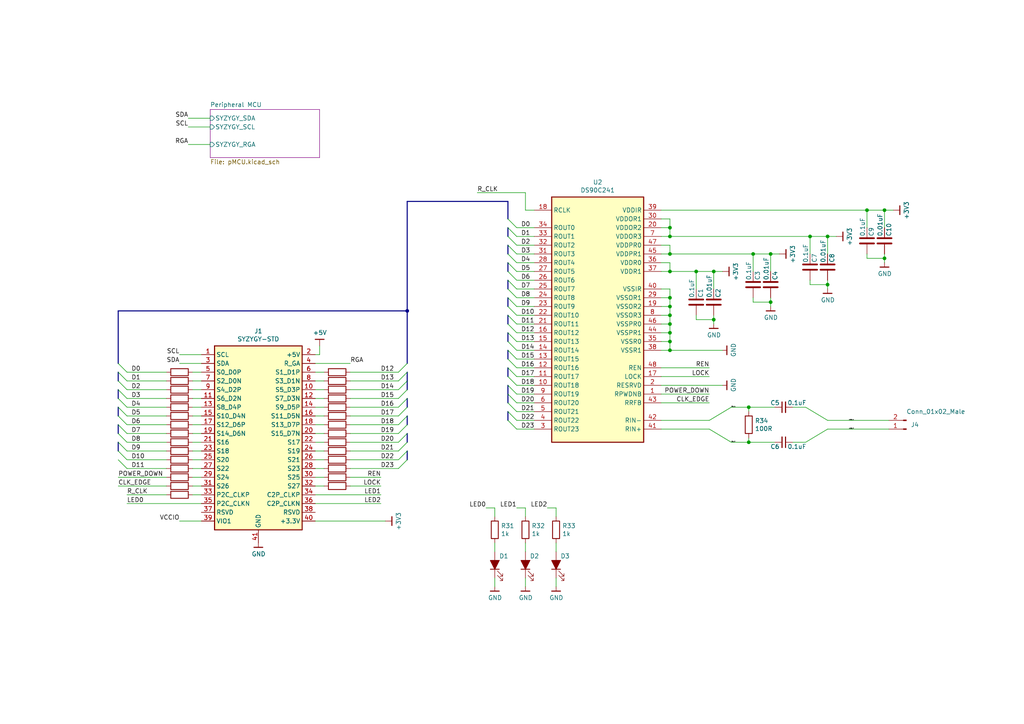
<source format=kicad_sch>
(kicad_sch (version 20200512) (host eeschema "5.99.0-unknown-4cfff6b~101~ubuntu18.04.1")
  (page 1 2)
  (paper "A4")
  (title_block (title "ds90c124-deserializer") (date "2020-05-23") (rev "r1.0") (comment 1 "SYZYGY Pod"))
  (lib_symbols
    (symbol "Connector:Conn_01x02_Male" (pin_names hide)
      (property "Reference" "J" (at 0 2.54 0))
      (property "Value" "Conn_01x02_Male" (at 0 -5.08 0))
      (symbol "Conn_01x02_Male_1_1"
        (rectangle (start 0.8636 -2.413) (end 0 -2.667) (fill (type outline)))
        (rectangle (start 0.8636 0.127) (end 0 -0.127) (fill (type outline)))
        (polyline (pts (xy 1.27 -2.54) (xy 0.8636 -2.54)))
        (polyline (pts (xy 1.27 0) (xy 0.8636 0)))
        (pin passive line (at 5.08 0 180) (length 3.81) (name "Pin_1") (number "1"))
        (pin passive line (at 5.08 -2.54 180) (length 3.81) (name "Pin_2") (number "2"))
      )
    )
    (symbol "Device:C" (pin_numbers hide) (pin_names (offset 0.254))
      (property "Reference" "C" (at 0.635 2.54 0))
      (property "Value" "C" (at 0.635 -2.54 0))
      (symbol "C_0_1"
        (polyline (pts (xy -2.032 -0.762) (xy 2.032 -0.762)) (stroke (width 0.508)))
        (polyline (pts (xy -2.032 0.762) (xy 2.032 0.762)) (stroke (width 0.508)))
      )
      (symbol "C_1_1"
        (pin passive line (at 0 3.81 270) (length 2.794) (name "~") (number "1"))
        (pin passive line (at 0 -3.81 90) (length 2.794) (name "~") (number "2"))
      )
    )
    (symbol "Device:C_Small" (pin_numbers hide) (pin_names (offset 0.254) hide)
      (property "Reference" "C" (at 0.254 1.778 0))
      (property "Value" "C_Small" (at 0.254 -2.032 0))
      (symbol "C_Small_0_1"
        (polyline (pts (xy -1.524 -0.508) (xy 1.524 -0.508)) (stroke (width 0.3302)))
        (polyline (pts (xy -1.524 0.508) (xy 1.524 0.508)) (stroke (width 0.3048)))
      )
      (symbol "C_Small_1_1"
        (pin passive line (at 0 2.54 270) (length 2.032) (name "~") (number "1"))
        (pin passive line (at 0 -2.54 90) (length 2.032) (name "~") (number "2"))
      )
    )
    (symbol "Device:LED_ALT" (pin_numbers hide) (pin_names hide)
      (property "Reference" "D" (at 0 2.54 0))
      (property "Value" "LED_ALT" (at 0 -2.54 0))
      (symbol "LED_ALT_0_1"
        (polyline (pts (xy -1.27 -1.27) (xy -1.27 1.27)) (stroke (width 0.254)))
        (polyline (pts (xy -1.27 0) (xy 1.27 0)))
        (polyline (pts (xy 1.27 -1.27) (xy 1.27 1.27) (xy -1.27 0) (xy 1.27 -1.27)) (stroke (width 0.254)) (fill (type outline)))
        (polyline (pts (xy -3.048 -0.762) (xy -4.572 -2.286) (xy -3.81 -2.286) (xy -4.572 -2.286) (xy -4.572 -1.524)))
        (polyline (pts (xy -1.778 -0.762) (xy -3.302 -2.286) (xy -2.54 -2.286) (xy -3.302 -2.286) (xy -3.302 -1.524)))
      )
      (symbol "LED_ALT_1_1"
        (pin passive line (at -3.81 0 0) (length 2.54) (name "K") (number "1"))
        (pin passive line (at 3.81 0 180) (length 2.54) (name "A") (number "2"))
      )
    )
    (symbol "Device:R" (pin_numbers hide) (pin_names (offset 0))
      (property "Reference" "R" (at 2.032 0 90))
      (property "Value" "R" (at 0 0 90))
      (symbol "R_0_1"
        (rectangle (start -1.016 -2.54) (end 1.016 2.54) (stroke (width 0.254)))
      )
      (symbol "R_1_1"
        (pin passive line (at 0 3.81 270) (length 1.27) (name "~") (number "1"))
        (pin passive line (at 0 -3.81 90) (length 1.27) (name "~") (number "2"))
      )
    )
    (symbol "gkl_image:DS90C241"
      (property "Reference" "U" (at -5.08 33.02 0))
      (property "Value" "DS90C241" (at -5.08 30.48 0))
      (symbol "DS90C241_0_1"
        (rectangle (start -16.51 29.21) (end 10.16 -41.91) (stroke (width 0.3302)) (fill (type background)))
      )
      (symbol "DS90C241_1_1"
        (pin input line (at 15.24 -27.94 180) (length 5.08) (name "RPWDNB") (number "1"))
        (pin input line (at -21.59 -25.4 0) (length 5.08) (name "ROUT18") (number "10"))
        (pin input line (at -21.59 -22.86 0) (length 5.08) (name "ROUT17") (number "11"))
        (pin input line (at -21.59 -20.32 0) (length 5.08) (name "ROUT16") (number "12"))
        (pin input line (at -21.59 -17.78 0) (length 5.08) (name "ROUT15") (number "13"))
        (pin input line (at -21.59 -15.24 0) (length 5.08) (name "ROUT14") (number "14"))
        (pin input line (at -21.59 -12.7 0) (length 5.08) (name "ROUT13") (number "15"))
        (pin input line (at -21.59 -10.16 0) (length 5.08) (name "ROUT12") (number "16"))
        (pin input line (at 15.24 -22.86 180) (length 5.08) (name "LOCK") (number "17"))
        (pin input line (at -21.59 25.4 0) (length 5.08) (name "RCLK") (number "18"))
        (pin input line (at 15.24 -2.54 180) (length 5.08) (name "VSSOR2") (number "19"))
        (pin input line (at 15.24 -25.4 180) (length 5.08) (name "RESRVD") (number "2"))
        (pin input line (at 15.24 20.32 180) (length 5.08) (name "VDDOR2") (number "20"))
        (pin input line (at -21.59 -7.62 0) (length 5.08) (name "ROUT11") (number "21"))
        (pin input line (at -21.59 -5.08 0) (length 5.08) (name "ROUT10") (number "22"))
        (pin input line (at -21.59 -2.54 0) (length 5.08) (name "ROUT9") (number "23"))
        (pin input line (at -21.59 0 0) (length 5.08) (name "ROUT8") (number "24"))
        (pin input line (at -21.59 2.54 0) (length 5.08) (name "ROUT7") (number "25"))
        (pin input line (at -21.59 5.08 0) (length 5.08) (name "ROUT6") (number "26"))
        (pin input line (at -21.59 7.62 0) (length 5.08) (name "ROUT5") (number "27"))
        (pin input line (at -21.59 10.16 0) (length 5.08) (name "ROUT4") (number "28"))
        (pin input line (at 15.24 0 180) (length 5.08) (name "VSSOR1") (number "29"))
        (pin input line (at -21.59 -38.1 0) (length 5.08) (name "ROUT23") (number "3"))
        (pin input line (at 15.24 22.86 180) (length 5.08) (name "VDDOR1") (number "30"))
        (pin input line (at -21.59 12.7 0) (length 5.08) (name "ROUT3") (number "31"))
        (pin input line (at -21.59 15.24 0) (length 5.08) (name "ROUT2") (number "32"))
        (pin input line (at -21.59 17.78 0) (length 5.08) (name "ROUT1") (number "33"))
        (pin input line (at -21.59 20.32 0) (length 5.08) (name "ROUT0") (number "34"))
        (pin input line (at 15.24 -12.7 180) (length 5.08) (name "VSSR0") (number "35"))
        (pin input line (at 15.24 10.16 180) (length 5.08) (name "VDDR0") (number "36"))
        (pin input line (at 15.24 7.62 180) (length 5.08) (name "VDDR1") (number "37"))
        (pin input line (at 15.24 -15.24 180) (length 5.08) (name "VSSR1") (number "38"))
        (pin input line (at 15.24 25.4 180) (length 5.08) (name "VDDIR") (number "39"))
        (pin input line (at -21.59 -35.56 0) (length 5.08) (name "ROUT22") (number "4"))
        (pin input line (at 15.24 2.54 180) (length 5.08) (name "VSSIR") (number "40"))
        (pin input line (at 15.24 -38.1 180) (length 5.08) (name "RIN+") (number "41"))
        (pin input line (at 15.24 -35.56 180) (length 5.08) (name "RIN-") (number "42"))
        (pin input line (at 15.24 -30.48 180) (length 5.08) (name "RRFB") (number "43"))
        (pin input line (at 15.24 -10.16 180) (length 5.08) (name "VSSPR1") (number "44"))
        (pin input line (at 15.24 12.7 180) (length 5.08) (name "VDDPR1") (number "45"))
        (pin input line (at 15.24 -7.62 180) (length 5.08) (name "VSSPR0") (number "46"))
        (pin input line (at 15.24 15.24 180) (length 5.08) (name "VDDPR0") (number "47"))
        (pin input line (at 15.24 -20.32 180) (length 5.08) (name "REN") (number "48"))
        (pin input line (at -21.59 -33.02 0) (length 5.08) (name "ROUT21") (number "5"))
        (pin input line (at -21.59 -30.48 0) (length 5.08) (name "ROUT20") (number "6"))
        (pin input line (at 15.24 17.78 180) (length 5.08) (name "VDDOR3") (number "7"))
        (pin input line (at 15.24 -5.08 180) (length 5.08) (name "VSSOR3") (number "8"))
        (pin input line (at -21.59 -27.94 0) (length 5.08) (name "ROUT19") (number "9"))
      )
    )
    (symbol "gkl_misc:SYZYGY-STD"
      (property "Reference" "J" (at 0 27.94 0))
      (property "Value" "SYZYGY-STD" (at 0 25.4 0))
      (symbol "SYZYGY-STD_0_1"
        (rectangle (start -12.7 24.13) (end 12.7 -29.21) (stroke (width 0.3302)) (fill (type background)))
      )
      (symbol "SYZYGY-STD_1_1"
        (pin input line (at -16.51 21.59 0) (length 3.81) (name "SCL") (number "1"))
        (pin input line (at 16.51 11.43 180) (length 3.81) (name "S5_D3P") (number "10"))
        (pin input line (at -16.51 8.89 0) (length 3.81) (name "S6_D2N") (number "11"))
        (pin input line (at 16.51 8.89 180) (length 3.81) (name "S7_D3N") (number "12"))
        (pin input line (at -16.51 6.35 0) (length 3.81) (name "S8_D4P") (number "13"))
        (pin input line (at 16.51 6.35 180) (length 3.81) (name "S9_D5P") (number "14"))
        (pin input line (at -16.51 3.81 0) (length 3.81) (name "S10_D4N") (number "15"))
        (pin input line (at 16.51 3.81 180) (length 3.81) (name "S11_D5N") (number "16"))
        (pin input line (at -16.51 1.27 0) (length 3.81) (name "S12_D6P") (number "17"))
        (pin input line (at 16.51 1.27 180) (length 3.81) (name "S13_D7P") (number "18"))
        (pin input line (at -16.51 -1.27 0) (length 3.81) (name "S14_D6N") (number "19"))
        (pin input line (at 16.51 21.59 180) (length 3.81) (name "+5V") (number "2"))
        (pin input line (at 16.51 -1.27 180) (length 3.81) (name "S15_D7N") (number "20"))
        (pin input line (at -16.51 -3.81 0) (length 3.81) (name "S16") (number "21"))
        (pin input line (at 16.51 -3.81 180) (length 3.81) (name "S17") (number "22"))
        (pin input line (at -16.51 -6.35 0) (length 3.81) (name "S18") (number "23"))
        (pin input line (at 16.51 -6.35 180) (length 3.81) (name "S19") (number "24"))
        (pin input line (at -16.51 -8.89 0) (length 3.81) (name "S20") (number "25"))
        (pin input line (at 16.51 -8.89 180) (length 3.81) (name "S21") (number "26"))
        (pin input line (at -16.51 -11.43 0) (length 3.81) (name "S22") (number "27"))
        (pin input line (at 16.51 -11.43 180) (length 3.81) (name "S23") (number "28"))
        (pin input line (at -16.51 -13.97 0) (length 3.81) (name "S24") (number "29"))
        (pin input line (at -16.51 19.05 0) (length 3.81) (name "SDA") (number "3"))
        (pin input line (at 16.51 -13.97 180) (length 3.81) (name "S25") (number "30"))
        (pin input line (at -16.51 -16.51 0) (length 3.81) (name "S26") (number "31"))
        (pin input line (at 16.51 -16.51 180) (length 3.81) (name "S27") (number "32"))
        (pin input line (at -16.51 -19.05 0) (length 3.81) (name "P2C_CLKP") (number "33"))
        (pin input line (at 16.51 -19.05 180) (length 3.81) (name "C2P_CLKP") (number "34"))
        (pin input line (at -16.51 -21.59 0) (length 3.81) (name "P2C_CLKN") (number "35"))
        (pin input line (at 16.51 -21.59 180) (length 3.81) (name "C2P_CLKN") (number "36"))
        (pin input line (at -16.51 -24.13 0) (length 3.81) (name "RSVD") (number "37"))
        (pin input line (at 16.51 -24.13 180) (length 3.81) (name "RSVD") (number "38"))
        (pin input line (at -16.51 -26.67 0) (length 3.81) (name "VIO1") (number "39"))
        (pin input line (at 16.51 19.05 180) (length 3.81) (name "R_GA") (number "4"))
        (pin input line (at 16.51 -26.67 180) (length 3.81) (name "+3.3V") (number "40"))
        (pin input line (at 0 -33.02 90) (length 3.81) (name "GND") (number "41"))
        (pin input line (at -16.51 16.51 0) (length 3.81) (name "S0_D0P") (number "5"))
        (pin input line (at 16.51 16.51 180) (length 3.81) (name "S1_D1P") (number "6"))
        (pin input line (at -16.51 13.97 0) (length 3.81) (name "S2_D0N") (number "7"))
        (pin input line (at 16.51 13.97 180) (length 3.81) (name "S3_D1N") (number "8"))
        (pin input line (at -16.51 11.43 0) (length 3.81) (name "S4_D2P") (number "9"))
      )
    )
    (symbol "gkl_power:+3V3" (power) (pin_names (offset 0))
      (property "Value" "+3V3" (at 0 3.556 0))
      (symbol "+3V3_0_1"
        (polyline (pts (xy -1.27 1.905) (xy 1.27 1.905)) (stroke (width 0.3048)))
        (polyline (pts (xy 0 0) (xy 0 1.905)))
      )
      (symbol "+3V3_1_1"
        (pin power_in line (at 0 0 90) (length 0) (name "+3V3") (number "1") hide)
      )
    )
    (symbol "gkl_power:+5V" (power) (pin_names (offset 0))
      (property "Value" "+5V" (at 0 3.175 0))
      (symbol "+5V_0_1"
        (polyline (pts (xy -1.27 1.905) (xy 1.27 1.905)) (stroke (width 0.3048)))
        (polyline (pts (xy 0 0) (xy 0 1.905)))
      )
      (symbol "+5V_1_1"
        (pin power_in line (at 0 0 90) (length 0) (name "+5V") (number "1") hide)
      )
    )
    (symbol "gkl_power:GND" (power) (pin_names (offset 0))
      (property "Value" "GND" (at 0 -2.54 0))
      (symbol "GND_0_1"
        (polyline (pts (xy 0 -1.27) (xy 0 0)))
        (polyline (pts (xy 1.27 -1.27) (xy -1.27 -1.27)) (stroke (width 0.3048)))
      )
      (symbol "GND_1_1"
        (pin power_in line (at 0 0 270) (length 0) (name "GND") (number "1") hide)
      )
    )
  )
  (junction (at 194.31 66.04))
  (junction (at 194.31 68.58))
  (junction (at 194.31 73.66))
  (junction (at 194.31 78.74))
  (junction (at 194.31 86.36))
  (junction (at 194.31 88.9))
  (junction (at 194.31 91.44))
  (junction (at 194.31 93.98))
  (junction (at 194.31 96.52))
  (junction (at 194.31 99.06))
  (junction (at 194.31 101.6))
  (junction (at 201.93 78.74))
  (junction (at 207.01 78.74))
  (junction (at 207.01 92.71))
  (junction (at 217.17 118.11))
  (junction (at 217.17 128.27))
  (junction (at 218.44 73.66))
  (junction (at 223.52 73.66))
  (junction (at 223.52 87.63))
  (junction (at 234.95 68.58))
  (junction (at 240.03 68.58))
  (junction (at 240.03 82.55))
  (junction (at 251.46 60.96))
  (junction (at 256.54 60.96))
  (junction (at 256.54 74.93))
  (junction (at 118.11 90.17))
  (bus_entry (at 34.29 105.41) (size 2.54 2.54))
  (bus_entry (at 34.29 107.95) (size 2.54 2.54))
  (bus_entry (at 34.29 110.49) (size 2.54 2.54))
  (bus_entry (at 34.29 113.03) (size 2.54 2.54))
  (bus_entry (at 34.29 115.57) (size 2.54 2.54))
  (bus_entry (at 34.29 118.11) (size 2.54 2.54))
  (bus_entry (at 34.29 120.65) (size 2.54 2.54))
  (bus_entry (at 34.29 123.19) (size 2.54 2.54))
  (bus_entry (at 34.29 125.73) (size 2.54 2.54))
  (bus_entry (at 34.29 128.27) (size 2.54 2.54))
  (bus_entry (at 34.29 130.81) (size 2.54 2.54))
  (bus_entry (at 34.29 133.35) (size 2.54 2.54))
  (bus_entry (at 118.11 105.41) (size -2.54 2.54))
  (bus_entry (at 118.11 107.95) (size -2.54 2.54))
  (bus_entry (at 118.11 110.49) (size -2.54 2.54))
  (bus_entry (at 118.11 113.03) (size -2.54 2.54))
  (bus_entry (at 118.11 115.57) (size -2.54 2.54))
  (bus_entry (at 118.11 118.11) (size -2.54 2.54))
  (bus_entry (at 118.11 120.65) (size -2.54 2.54))
  (bus_entry (at 118.11 123.19) (size -2.54 2.54))
  (bus_entry (at 118.11 125.73) (size -2.54 2.54))
  (bus_entry (at 118.11 128.27) (size -2.54 2.54))
  (bus_entry (at 118.11 130.81) (size -2.54 2.54))
  (bus_entry (at 118.11 133.35) (size -2.54 2.54))
  (bus_entry (at 147.32 63.5) (size 2.54 2.54))
  (bus_entry (at 147.32 66.04) (size 2.54 2.54))
  (bus_entry (at 147.32 68.58) (size 2.54 2.54))
  (bus_entry (at 147.32 71.12) (size 2.54 2.54))
  (bus_entry (at 147.32 73.66) (size 2.54 2.54))
  (bus_entry (at 147.32 76.2) (size 2.54 2.54))
  (bus_entry (at 147.32 78.74) (size 2.54 2.54))
  (bus_entry (at 147.32 81.28) (size 2.54 2.54))
  (bus_entry (at 147.32 83.82) (size 2.54 2.54))
  (bus_entry (at 147.32 86.36) (size 2.54 2.54))
  (bus_entry (at 147.32 88.9) (size 2.54 2.54))
  (bus_entry (at 147.32 91.44) (size 2.54 2.54))
  (bus_entry (at 147.32 93.98) (size 2.54 2.54))
  (bus_entry (at 147.32 96.52) (size 2.54 2.54))
  (bus_entry (at 147.32 99.06) (size 2.54 2.54))
  (bus_entry (at 147.32 101.6) (size 2.54 2.54))
  (bus_entry (at 147.32 104.14) (size 2.54 2.54))
  (bus_entry (at 147.32 106.68) (size 2.54 2.54))
  (bus_entry (at 147.32 109.22) (size 2.54 2.54))
  (bus_entry (at 147.32 111.76) (size 2.54 2.54))
  (bus_entry (at 147.32 114.3) (size 2.54 2.54))
  (bus_entry (at 147.32 116.84) (size 2.54 2.54))
  (bus_entry (at 147.32 119.38) (size 2.54 2.54))
  (bus_entry (at 147.32 121.92) (size 2.54 2.54))
  (wire (pts (xy 36.83 107.95) (xy 48.26 107.95)))
  (wire (pts (xy 36.83 110.49) (xy 48.26 110.49)))
  (wire (pts (xy 36.83 113.03) (xy 48.26 113.03)))
  (wire (pts (xy 36.83 115.57) (xy 48.26 115.57)))
  (wire (pts (xy 36.83 118.11) (xy 48.26 118.11)))
  (wire (pts (xy 36.83 120.65) (xy 48.26 120.65)))
  (wire (pts (xy 36.83 123.19) (xy 48.26 123.19)))
  (wire (pts (xy 36.83 125.73) (xy 48.26 125.73)))
  (wire (pts (xy 36.83 128.27) (xy 48.26 128.27)))
  (wire (pts (xy 36.83 130.81) (xy 48.26 130.81)))
  (wire (pts (xy 36.83 133.35) (xy 48.26 133.35)))
  (wire (pts (xy 36.83 135.89) (xy 48.26 135.89)))
  (wire (pts (xy 36.83 143.51) (xy 48.26 143.51)))
  (wire (pts (xy 36.83 146.05) (xy 58.42 146.05)))
  (wire (pts (xy 48.26 138.43) (xy 34.29 138.43)))
  (wire (pts (xy 48.26 140.97) (xy 34.29 140.97)))
  (wire (pts (xy 55.88 107.95) (xy 58.42 107.95)))
  (wire (pts (xy 55.88 110.49) (xy 58.42 110.49)))
  (wire (pts (xy 55.88 113.03) (xy 58.42 113.03)))
  (wire (pts (xy 55.88 115.57) (xy 58.42 115.57)))
  (wire (pts (xy 55.88 118.11) (xy 58.42 118.11)))
  (wire (pts (xy 55.88 120.65) (xy 58.42 120.65)))
  (wire (pts (xy 55.88 123.19) (xy 58.42 123.19)))
  (wire (pts (xy 55.88 125.73) (xy 58.42 125.73)))
  (wire (pts (xy 55.88 128.27) (xy 58.42 128.27)))
  (wire (pts (xy 55.88 130.81) (xy 58.42 130.81)))
  (wire (pts (xy 55.88 133.35) (xy 58.42 133.35)))
  (wire (pts (xy 55.88 135.89) (xy 58.42 135.89)))
  (wire (pts (xy 55.88 138.43) (xy 58.42 138.43)))
  (wire (pts (xy 55.88 140.97) (xy 58.42 140.97)))
  (wire (pts (xy 55.88 143.51) (xy 58.42 143.51)))
  (wire (pts (xy 58.42 102.87) (xy 52.07 102.87)))
  (wire (pts (xy 58.42 105.41) (xy 52.07 105.41)))
  (wire (pts (xy 58.42 151.13) (xy 52.07 151.13)))
  (wire (pts (xy 60.96 34.29) (xy 54.61 34.29)))
  (wire (pts (xy 60.96 36.83) (xy 54.61 36.83)))
  (wire (pts (xy 60.96 41.91) (xy 54.61 41.91)))
  (wire (pts (xy 91.44 102.87) (xy 92.71 102.87)))
  (wire (pts (xy 91.44 105.41) (xy 101.6 105.41)))
  (wire (pts (xy 91.44 107.95) (xy 93.98 107.95)))
  (wire (pts (xy 91.44 110.49) (xy 93.98 110.49)))
  (wire (pts (xy 91.44 113.03) (xy 93.98 113.03)))
  (wire (pts (xy 91.44 115.57) (xy 93.98 115.57)))
  (wire (pts (xy 91.44 118.11) (xy 93.98 118.11)))
  (wire (pts (xy 91.44 120.65) (xy 93.98 120.65)))
  (wire (pts (xy 91.44 123.19) (xy 93.98 123.19)))
  (wire (pts (xy 91.44 125.73) (xy 93.98 125.73)))
  (wire (pts (xy 91.44 128.27) (xy 93.98 128.27)))
  (wire (pts (xy 91.44 130.81) (xy 93.98 130.81)))
  (wire (pts (xy 91.44 133.35) (xy 93.98 133.35)))
  (wire (pts (xy 91.44 135.89) (xy 93.98 135.89)))
  (wire (pts (xy 91.44 138.43) (xy 93.98 138.43)))
  (wire (pts (xy 91.44 140.97) (xy 93.98 140.97)))
  (wire (pts (xy 91.44 143.51) (xy 110.49 143.51)))
  (wire (pts (xy 91.44 146.05) (xy 110.49 146.05)))
  (wire (pts (xy 91.44 151.13) (xy 111.76 151.13)))
  (wire (pts (xy 92.71 102.87) (xy 92.71 100.33)))
  (wire (pts (xy 101.6 107.95) (xy 115.57 107.95)))
  (wire (pts (xy 101.6 110.49) (xy 115.57 110.49)))
  (wire (pts (xy 101.6 113.03) (xy 115.57 113.03)))
  (wire (pts (xy 101.6 115.57) (xy 115.57 115.57)))
  (wire (pts (xy 101.6 118.11) (xy 115.57 118.11)))
  (wire (pts (xy 101.6 120.65) (xy 115.57 120.65)))
  (wire (pts (xy 101.6 123.19) (xy 115.57 123.19)))
  (wire (pts (xy 101.6 125.73) (xy 115.57 125.73)))
  (wire (pts (xy 101.6 128.27) (xy 115.57 128.27)))
  (wire (pts (xy 101.6 130.81) (xy 115.57 130.81)))
  (wire (pts (xy 101.6 133.35) (xy 115.57 133.35)))
  (wire (pts (xy 101.6 135.89) (xy 115.57 135.89)))
  (wire (pts (xy 101.6 138.43) (xy 110.49 138.43)))
  (wire (pts (xy 101.6 140.97) (xy 110.49 140.97)))
  (wire (pts (xy 138.43 55.88) (xy 152.4 55.88)))
  (wire (pts (xy 140.97 147.32) (xy 143.51 147.32)))
  (wire (pts (xy 143.51 149.86) (xy 143.51 147.32)))
  (wire (pts (xy 143.51 157.48) (xy 143.51 160.02)))
  (wire (pts (xy 143.51 167.64) (xy 143.51 170.18)))
  (wire (pts (xy 149.86 147.32) (xy 152.4 147.32)))
  (wire (pts (xy 152.4 60.96) (xy 152.4 55.88)))
  (wire (pts (xy 152.4 149.86) (xy 152.4 147.32)))
  (wire (pts (xy 152.4 157.48) (xy 152.4 160.02)))
  (wire (pts (xy 152.4 167.64) (xy 152.4 170.18)))
  (wire (pts (xy 154.94 60.96) (xy 152.4 60.96)))
  (wire (pts (xy 154.94 66.04) (xy 149.86 66.04)))
  (wire (pts (xy 154.94 68.58) (xy 149.86 68.58)))
  (wire (pts (xy 154.94 71.12) (xy 149.86 71.12)))
  (wire (pts (xy 154.94 73.66) (xy 149.86 73.66)))
  (wire (pts (xy 154.94 76.2) (xy 149.86 76.2)))
  (wire (pts (xy 154.94 78.74) (xy 149.86 78.74)))
  (wire (pts (xy 154.94 81.28) (xy 149.86 81.28)))
  (wire (pts (xy 154.94 83.82) (xy 149.86 83.82)))
  (wire (pts (xy 154.94 86.36) (xy 149.86 86.36)))
  (wire (pts (xy 154.94 88.9) (xy 149.86 88.9)))
  (wire (pts (xy 154.94 91.44) (xy 149.86 91.44)))
  (wire (pts (xy 154.94 93.98) (xy 149.86 93.98)))
  (wire (pts (xy 154.94 96.52) (xy 149.86 96.52)))
  (wire (pts (xy 154.94 99.06) (xy 149.86 99.06)))
  (wire (pts (xy 154.94 101.6) (xy 149.86 101.6)))
  (wire (pts (xy 154.94 104.14) (xy 149.86 104.14)))
  (wire (pts (xy 154.94 106.68) (xy 149.86 106.68)))
  (wire (pts (xy 154.94 109.22) (xy 149.86 109.22)))
  (wire (pts (xy 154.94 111.76) (xy 149.86 111.76)))
  (wire (pts (xy 154.94 114.3) (xy 149.86 114.3)))
  (wire (pts (xy 154.94 116.84) (xy 149.86 116.84)))
  (wire (pts (xy 154.94 119.38) (xy 149.86 119.38)))
  (wire (pts (xy 154.94 121.92) (xy 149.86 121.92)))
  (wire (pts (xy 154.94 124.46) (xy 149.86 124.46)))
  (wire (pts (xy 158.75 147.32) (xy 161.29 147.32)))
  (wire (pts (xy 161.29 149.86) (xy 161.29 147.32)))
  (wire (pts (xy 161.29 157.48) (xy 161.29 160.02)))
  (wire (pts (xy 161.29 167.64) (xy 161.29 170.18)))
  (wire (pts (xy 191.77 60.96) (xy 251.46 60.96)))
  (wire (pts (xy 191.77 63.5) (xy 194.31 63.5)))
  (wire (pts (xy 191.77 66.04) (xy 194.31 66.04)))
  (wire (pts (xy 191.77 68.58) (xy 194.31 68.58)))
  (wire (pts (xy 191.77 71.12) (xy 194.31 71.12)))
  (wire (pts (xy 191.77 73.66) (xy 194.31 73.66)))
  (wire (pts (xy 191.77 76.2) (xy 194.31 76.2)))
  (wire (pts (xy 191.77 83.82) (xy 194.31 83.82)))
  (wire (pts (xy 191.77 86.36) (xy 194.31 86.36)))
  (wire (pts (xy 191.77 88.9) (xy 194.31 88.9)))
  (wire (pts (xy 191.77 91.44) (xy 194.31 91.44)))
  (wire (pts (xy 191.77 93.98) (xy 194.31 93.98)))
  (wire (pts (xy 191.77 96.52) (xy 194.31 96.52)))
  (wire (pts (xy 191.77 99.06) (xy 194.31 99.06)))
  (wire (pts (xy 191.77 101.6) (xy 194.31 101.6)))
  (wire (pts (xy 191.77 106.68) (xy 205.74 106.68)))
  (wire (pts (xy 191.77 109.22) (xy 205.74 109.22)))
  (wire (pts (xy 191.77 111.76) (xy 209.55 111.76)))
  (wire (pts (xy 191.77 114.3) (xy 205.74 114.3)))
  (wire (pts (xy 191.77 116.84) (xy 205.74 116.84)))
  (wire (pts (xy 191.77 121.92) (xy 205.74 121.92)))
  (wire (pts (xy 191.77 124.46) (xy 205.74 124.46)))
  (wire (pts (xy 194.31 63.5) (xy 194.31 66.04)))
  (wire (pts (xy 194.31 66.04) (xy 194.31 68.58)))
  (wire (pts (xy 194.31 68.58) (xy 234.95 68.58)))
  (wire (pts (xy 194.31 71.12) (xy 194.31 73.66)))
  (wire (pts (xy 194.31 73.66) (xy 218.44 73.66)))
  (wire (pts (xy 194.31 76.2) (xy 194.31 78.74)))
  (wire (pts (xy 194.31 78.74) (xy 191.77 78.74)))
  (wire (pts (xy 194.31 83.82) (xy 194.31 86.36)))
  (wire (pts (xy 194.31 86.36) (xy 194.31 88.9)))
  (wire (pts (xy 194.31 88.9) (xy 194.31 91.44)))
  (wire (pts (xy 194.31 91.44) (xy 194.31 93.98)))
  (wire (pts (xy 194.31 93.98) (xy 194.31 96.52)))
  (wire (pts (xy 194.31 96.52) (xy 194.31 99.06)))
  (wire (pts (xy 194.31 99.06) (xy 194.31 101.6)))
  (wire (pts (xy 194.31 101.6) (xy 209.55 101.6)))
  (wire (pts (xy 201.93 78.74) (xy 194.31 78.74)))
  (wire (pts (xy 201.93 78.74) (xy 207.01 78.74)))
  (wire (pts (xy 201.93 83.82) (xy 201.93 78.74)))
  (wire (pts (xy 201.93 91.44) (xy 201.93 92.71)))
  (wire (pts (xy 201.93 92.71) (xy 207.01 92.71)))
  (wire (pts (xy 205.74 124.46) (xy 212.09 128.27)))
  (wire (pts (xy 207.01 78.74) (xy 207.01 83.82)))
  (wire (pts (xy 207.01 92.71) (xy 207.01 91.44)))
  (wire (pts (xy 207.01 92.71) (xy 207.01 93.98)))
  (wire (pts (xy 209.55 78.74) (xy 207.01 78.74)))
  (wire (pts (xy 212.09 118.11) (xy 205.74 121.92)))
  (wire (pts (xy 212.09 118.11) (xy 217.17 118.11)))
  (wire (pts (xy 212.09 128.27) (xy 217.17 128.27)))
  (wire (pts (xy 217.17 118.11) (xy 217.17 119.38)))
  (wire (pts (xy 217.17 118.11) (xy 224.79 118.11)))
  (wire (pts (xy 217.17 127) (xy 217.17 128.27)))
  (wire (pts (xy 217.17 128.27) (xy 224.79 128.27)))
  (wire (pts (xy 218.44 73.66) (xy 223.52 73.66)))
  (wire (pts (xy 218.44 78.74) (xy 218.44 73.66)))
  (wire (pts (xy 218.44 86.36) (xy 218.44 87.63)))
  (wire (pts (xy 218.44 87.63) (xy 223.52 87.63)))
  (wire (pts (xy 223.52 73.66) (xy 223.52 78.74)))
  (wire (pts (xy 223.52 87.63) (xy 223.52 86.36)))
  (wire (pts (xy 223.52 87.63) (xy 223.52 88.9)))
  (wire (pts (xy 226.06 73.66) (xy 223.52 73.66)))
  (wire (pts (xy 229.87 128.27) (xy 233.68 128.27)))
  (wire (pts (xy 233.68 118.11) (xy 229.87 118.11)))
  (wire (pts (xy 233.68 128.27) (xy 240.03 124.46)))
  (wire (pts (xy 234.95 68.58) (xy 240.03 68.58)))
  (wire (pts (xy 234.95 73.66) (xy 234.95 68.58)))
  (wire (pts (xy 234.95 81.28) (xy 234.95 82.55)))
  (wire (pts (xy 234.95 82.55) (xy 240.03 82.55)))
  (wire (pts (xy 240.03 68.58) (xy 240.03 73.66)))
  (wire (pts (xy 240.03 82.55) (xy 240.03 81.28)))
  (wire (pts (xy 240.03 82.55) (xy 240.03 83.82)))
  (wire (pts (xy 240.03 121.92) (xy 233.68 118.11)))
  (wire (pts (xy 240.03 121.92) (xy 257.81 121.92)))
  (wire (pts (xy 240.03 124.46) (xy 257.81 124.46)))
  (wire (pts (xy 242.57 68.58) (xy 240.03 68.58)))
  (wire (pts (xy 251.46 60.96) (xy 256.54 60.96)))
  (wire (pts (xy 251.46 66.04) (xy 251.46 60.96)))
  (wire (pts (xy 251.46 73.66) (xy 251.46 74.93)))
  (wire (pts (xy 251.46 74.93) (xy 256.54 74.93)))
  (wire (pts (xy 256.54 60.96) (xy 256.54 66.04)))
  (wire (pts (xy 256.54 74.93) (xy 256.54 73.66)))
  (wire (pts (xy 256.54 74.93) (xy 256.54 76.2)))
  (wire (pts (xy 259.08 60.96) (xy 256.54 60.96)))
  (bus (pts (xy 34.29 90.17) (xy 34.29 107.95)))
  (bus (pts (xy 34.29 107.95) (xy 34.29 113.03)))
  (bus (pts (xy 34.29 113.03) (xy 34.29 118.11)))
  (bus (pts (xy 34.29 118.11) (xy 34.29 123.19)))
  (bus (pts (xy 34.29 123.19) (xy 34.29 128.27)))
  (bus (pts (xy 34.29 128.27) (xy 34.29 133.35)))
  (bus (pts (xy 118.11 58.42) (xy 118.11 90.17)))
  (bus (pts (xy 118.11 90.17) (xy 34.29 90.17)))
  (bus (pts (xy 118.11 90.17) (xy 118.11 107.95)))
  (bus (pts (xy 118.11 107.95) (xy 118.11 110.49)))
  (bus (pts (xy 118.11 110.49) (xy 118.11 115.57)))
  (bus (pts (xy 118.11 115.57) (xy 118.11 120.65)))
  (bus (pts (xy 118.11 120.65) (xy 118.11 125.73)))
  (bus (pts (xy 118.11 125.73) (xy 118.11 130.81)))
  (bus (pts (xy 118.11 130.81) (xy 118.11 133.35)))
  (bus (pts (xy 147.32 58.42) (xy 118.11 58.42)))
  (bus (pts (xy 147.32 58.42) (xy 147.32 66.04)))
  (bus (pts (xy 147.32 66.04) (xy 147.32 71.12)))
  (bus (pts (xy 147.32 71.12) (xy 147.32 76.2)))
  (bus (pts (xy 147.32 76.2) (xy 147.32 81.28)))
  (bus (pts (xy 147.32 81.28) (xy 147.32 86.36)))
  (bus (pts (xy 147.32 86.36) (xy 147.32 91.44)))
  (bus (pts (xy 147.32 91.44) (xy 147.32 96.52)))
  (bus (pts (xy 147.32 96.52) (xy 147.32 101.6)))
  (bus (pts (xy 147.32 101.6) (xy 147.32 106.68)))
  (bus (pts (xy 147.32 106.68) (xy 147.32 111.76)))
  (bus (pts (xy 147.32 111.76) (xy 147.32 114.3)))
  (bus (pts (xy 147.32 114.3) (xy 147.32 119.38)))
  (bus (pts (xy 147.32 119.38) (xy 147.32 121.92)))
  (label "POWER_DOWN" (at 34.29 138.43 0))
  (label "CLK_EDGE" (at 34.29 140.97 0))
  (label "R_CLK" (at 36.83 143.51 0))
  (label "LED0" (at 36.83 146.05 0))
  (label "D0" (at 38.1 107.95 0))
  (label "D1" (at 38.1 110.49 0))
  (label "D2" (at 38.1 113.03 0))
  (label "D3" (at 38.1 115.57 0))
  (label "D4" (at 38.1 118.11 0))
  (label "D5" (at 38.1 120.65 0))
  (label "D6" (at 38.1 123.19 0))
  (label "D7" (at 38.1 125.73 0))
  (label "D8" (at 38.1 128.27 0))
  (label "D9" (at 38.1 130.81 0))
  (label "D10" (at 38.1 133.35 0))
  (label "D11" (at 38.1 135.89 0))
  (label "SCL" (at 52.07 102.87 180))
  (label "SDA" (at 52.07 105.41 180))
  (label "VCCIO" (at 52.07 151.13 180))
  (label "SDA" (at 54.61 34.29 180))
  (label "SCL" (at 54.61 36.83 180))
  (label "RGA" (at 54.61 41.91 180))
  (label "RGA" (at 101.6 105.41 0))
  (label "REN" (at 110.49 138.43 180))
  (label "LOCK" (at 110.49 140.97 180))
  (label "LED1" (at 110.49 143.51 180))
  (label "LED2" (at 110.49 146.05 180))
  (label "D12" (at 114.3 107.95 180))
  (label "D13" (at 114.3 110.49 180))
  (label "D14" (at 114.3 113.03 180))
  (label "D15" (at 114.3 115.57 180))
  (label "D16" (at 114.3 118.11 180))
  (label "D17" (at 114.3 120.65 180))
  (label "D18" (at 114.3 123.19 180))
  (label "D19" (at 114.3 125.73 180))
  (label "D20" (at 114.3 128.27 180))
  (label "D21" (at 114.3 130.81 180))
  (label "D22" (at 114.3 133.35 180))
  (label "D23" (at 114.3 135.89 180))
  (label "R_CLK" (at 138.43 55.88 0))
  (label "LED0" (at 140.97 147.32 180))
  (label "LED1" (at 149.86 147.32 180))
  (label "D0" (at 151.13 66.04 0))
  (label "D1" (at 151.13 68.58 0))
  (label "D2" (at 151.13 71.12 0))
  (label "D3" (at 151.13 73.66 0))
  (label "D4" (at 151.13 76.2 0))
  (label "D5" (at 151.13 78.74 0))
  (label "D6" (at 151.13 81.28 0))
  (label "D7" (at 151.13 83.82 0))
  (label "D8" (at 151.13 86.36 0))
  (label "D9" (at 151.13 88.9 0))
  (label "D10" (at 151.13 91.44 0))
  (label "D11" (at 151.13 93.98 0))
  (label "D12" (at 151.13 96.52 0))
  (label "D13" (at 151.13 99.06 0))
  (label "D14" (at 151.13 101.6 0))
  (label "D15" (at 151.13 104.14 0))
  (label "D16" (at 151.13 106.68 0))
  (label "D17" (at 151.13 109.22 0))
  (label "D18" (at 151.13 111.76 0))
  (label "D19" (at 151.13 114.3 0))
  (label "D20" (at 151.13 116.84 0))
  (label "D21" (at 151.13 119.38 0))
  (label "D22" (at 151.13 121.92 0))
  (label "D23" (at 151.13 124.46 0))
  (label "LED2" (at 158.75 147.32 180))
  (label "REN" (at 205.74 106.68 180))
  (label "LOCK" (at 205.74 109.22 180))
  (label "POWER_DOWN" (at 205.74 114.3 180))
  (label "CLK_EDGE" (at 205.74 116.84 180))
  (label "RIN_N" (at 212.09 118.11 0) (effects (font (size 0.254 0.254))))
  (label "RIN_P" (at 212.09 128.27 0) (effects (font (size 0.254 0.254))))
  (label "LVDS_N" (at 247.65 121.92 180) (effects (font (size 0.254 0.254))))
  (label "LVDS_P" (at 247.65 124.46 180) (effects (font (size 0.254 0.254))))
  (symbol (lib_id "gkl_power:GND") (at 74.93 157.48 0) (unit 1)
    (property "Reference" "#PWR0101" (effects hide))
    (property "Value" "GND" (at 75.0062 160.6804 0))
  )
  (symbol (lib_id "gkl_power:GND") (at 143.51 170.18 0) (unit 1)
    (property "Reference" "#PWR0117" (effects hide))
    (property "Value" "GND" (at 143.5862 173.3804 0))
  )
  (symbol (lib_id "gkl_power:GND") (at 152.4 170.18 0) (unit 1)
    (property "Reference" "#PWR0118" (effects hide))
    (property "Value" "GND" (at 152.4762 173.3804 0))
  )
  (symbol (lib_id "gkl_power:GND") (at 161.29 170.18 0) (unit 1)
    (property "Reference" "#PWR0116" (effects hide))
    (property "Value" "GND" (at 161.3662 173.3804 0))
  )
  (symbol (lib_id "gkl_power:GND") (at 207.01 93.98 0) (unit 1)
    (property "Reference" "#PWR0107" (effects hide))
    (property "Value" "GND" (at 207.0862 97.1804 0))
  )
  (symbol (lib_id "gkl_power:GND") (at 209.55 101.6 90) (unit 1)
    (property "Reference" "#PWR0108" (effects hide))
    (property "Value" "GND" (at 212.7504 101.5238 0))
  )
  (symbol (lib_id "gkl_power:GND") (at 209.55 111.76 90) (unit 1)
    (property "Reference" "#PWR0110" (effects hide))
    (property "Value" "GND" (at 212.7504 111.6838 0))
  )
  (symbol (lib_id "gkl_power:GND") (at 223.52 88.9 0) (unit 1)
    (property "Reference" "#PWR0109" (effects hide))
    (property "Value" "GND" (at 223.5962 92.1004 0))
  )
  (symbol (lib_id "gkl_power:GND") (at 240.03 83.82 0) (unit 1)
    (property "Reference" "#PWR0112" (effects hide))
    (property "Value" "GND" (at 240.1062 87.0204 0))
  )
  (symbol (lib_id "gkl_power:GND") (at 256.54 76.2 0) (unit 1)
    (property "Reference" "#PWR0115" (effects hide))
    (property "Value" "GND" (at 256.6162 79.4004 0))
  )
  (symbol (lib_id "gkl_power:+5V") (at 92.71 100.33 0) (unit 1)
    (property "Reference" "#PWR0103" (effects hide))
    (property "Value" "+5V" (at 92.7862 96.4946 0))
  )
  (symbol (lib_id "gkl_power:+3V3") (at 111.76 151.13 270) (unit 1)
    (property "Reference" "#PWR0136" (effects hide))
    (property "Value" "+3V3" (at 115.5954 151.2062 0))
  )
  (symbol (lib_id "gkl_power:+3V3") (at 209.55 78.74 270) (unit 1)
    (property "Reference" "#PWR0102" (effects hide))
    (property "Value" "+3V3" (at 213.3854 78.8162 0))
  )
  (symbol (lib_id "gkl_power:+3V3") (at 226.06 73.66 270) (unit 1)
    (property "Reference" "#PWR0113" (effects hide))
    (property "Value" "+3V3" (at 229.8954 73.7362 0))
  )
  (symbol (lib_id "gkl_power:+3V3") (at 242.57 68.58 270) (unit 1)
    (property "Reference" "#PWR0111" (effects hide))
    (property "Value" "+3V3" (at 246.4054 68.6562 0))
  )
  (symbol (lib_id "gkl_power:+3V3") (at 259.08 60.96 270) (unit 1)
    (property "Reference" "#PWR0114" (effects hide))
    (property "Value" "+3V3" (at 262.9154 61.0362 0))
  )
  (symbol (lib_id "Device:R") (at 52.07 107.95 90) (unit 1)
    (property "Reference" "R2" (effects hide))
    (property "Value" "47R" (effects hide))
    (property "Footprint" "Resistor_SMD:R_0402_1005Metric" (effects hide))
  )
  (symbol (lib_id "Device:R") (at 52.07 110.49 90) (unit 1)
    (property "Reference" "R3" (effects hide))
    (property "Value" "47R" (effects hide))
    (property "Footprint" "Resistor_SMD:R_0402_1005Metric" (effects hide))
  )
  (symbol (lib_id "Device:R") (at 52.07 113.03 90) (unit 1)
    (property "Reference" "R4" (effects hide))
    (property "Value" "47R" (effects hide))
    (property "Footprint" "Resistor_SMD:R_0402_1005Metric" (effects hide))
  )
  (symbol (lib_id "Device:R") (at 52.07 115.57 90) (unit 1)
    (property "Reference" "R5" (effects hide))
    (property "Value" "47R" (effects hide))
    (property "Footprint" "Resistor_SMD:R_0402_1005Metric" (effects hide))
  )
  (symbol (lib_id "Device:R") (at 52.07 118.11 90) (unit 1)
    (property "Reference" "R6" (effects hide))
    (property "Value" "47R" (effects hide))
    (property "Footprint" "Resistor_SMD:R_0402_1005Metric" (effects hide))
  )
  (symbol (lib_id "Device:R") (at 52.07 120.65 90) (unit 1)
    (property "Reference" "R7" (effects hide))
    (property "Value" "47R" (effects hide))
    (property "Footprint" "Resistor_SMD:R_0402_1005Metric" (effects hide))
  )
  (symbol (lib_id "Device:R") (at 52.07 123.19 90) (unit 1)
    (property "Reference" "R8" (effects hide))
    (property "Value" "47R" (effects hide))
    (property "Footprint" "Resistor_SMD:R_0402_1005Metric" (effects hide))
  )
  (symbol (lib_id "Device:R") (at 52.07 125.73 90) (unit 1)
    (property "Reference" "R9" (effects hide))
    (property "Value" "47R" (effects hide))
    (property "Footprint" "Resistor_SMD:R_0402_1005Metric" (effects hide))
  )
  (symbol (lib_id "Device:R") (at 52.07 128.27 90) (unit 1)
    (property "Reference" "R10" (effects hide))
    (property "Value" "47R" (effects hide))
    (property "Footprint" "Resistor_SMD:R_0402_1005Metric" (effects hide))
  )
  (symbol (lib_id "Device:R") (at 52.07 130.81 90) (unit 1)
    (property "Reference" "R11" (effects hide))
    (property "Value" "47R" (effects hide))
    (property "Footprint" "Resistor_SMD:R_0402_1005Metric" (effects hide))
  )
  (symbol (lib_id "Device:R") (at 52.07 133.35 90) (unit 1)
    (property "Reference" "R12" (effects hide))
    (property "Value" "47R" (effects hide))
    (property "Footprint" "Resistor_SMD:R_0402_1005Metric" (effects hide))
  )
  (symbol (lib_id "Device:R") (at 52.07 135.89 90) (unit 1)
    (property "Reference" "R13" (effects hide))
    (property "Value" "47R" (effects hide))
    (property "Footprint" "Resistor_SMD:R_0402_1005Metric" (effects hide))
  )
  (symbol (lib_id "Device:R") (at 52.07 138.43 90) (unit 1)
    (property "Reference" "R14" (effects hide))
    (property "Value" "47R" (effects hide))
    (property "Footprint" "Resistor_SMD:R_0402_1005Metric" (effects hide))
  )
  (symbol (lib_id "Device:R") (at 52.07 140.97 90) (unit 1)
    (property "Reference" "R15" (effects hide))
    (property "Value" "47R" (effects hide))
    (property "Footprint" "Resistor_SMD:R_0402_1005Metric" (effects hide))
  )
  (symbol (lib_id "Device:R") (at 52.07 143.51 90) (unit 1)
    (property "Reference" "R16" (effects hide))
    (property "Value" "47R" (effects hide))
    (property "Footprint" "Resistor_SMD:R_0402_1005Metric" (effects hide))
  )
  (symbol (lib_id "Device:R") (at 97.79 107.95 90) (unit 1)
    (property "Reference" "R17" (effects hide))
    (property "Value" "47R" (effects hide))
    (property "Footprint" "Resistor_SMD:R_0402_1005Metric" (effects hide))
  )
  (symbol (lib_id "Device:R") (at 97.79 110.49 90) (unit 1)
    (property "Reference" "R18" (effects hide))
    (property "Value" "47R" (effects hide))
    (property "Footprint" "Resistor_SMD:R_0402_1005Metric" (effects hide))
  )
  (symbol (lib_id "Device:R") (at 97.79 113.03 90) (unit 1)
    (property "Reference" "R19" (effects hide))
    (property "Value" "47R" (effects hide))
    (property "Footprint" "Resistor_SMD:R_0402_1005Metric" (effects hide))
  )
  (symbol (lib_id "Device:R") (at 97.79 115.57 90) (unit 1)
    (property "Reference" "R20" (effects hide))
    (property "Value" "47R" (effects hide))
    (property "Footprint" "Resistor_SMD:R_0402_1005Metric" (effects hide))
  )
  (symbol (lib_id "Device:R") (at 97.79 118.11 90) (unit 1)
    (property "Reference" "R21" (effects hide))
    (property "Value" "47R" (effects hide))
    (property "Footprint" "Resistor_SMD:R_0402_1005Metric" (effects hide))
  )
  (symbol (lib_id "Device:R") (at 97.79 120.65 90) (unit 1)
    (property "Reference" "R22" (effects hide))
    (property "Value" "47R" (effects hide))
    (property "Footprint" "Resistor_SMD:R_0402_1005Metric" (effects hide))
  )
  (symbol (lib_id "Device:R") (at 97.79 123.19 90) (unit 1)
    (property "Reference" "R23" (effects hide))
    (property "Value" "47R" (effects hide))
    (property "Footprint" "Resistor_SMD:R_0402_1005Metric" (effects hide))
  )
  (symbol (lib_id "Device:R") (at 97.79 125.73 90) (unit 1)
    (property "Reference" "R24" (effects hide))
    (property "Value" "47R" (effects hide))
    (property "Footprint" "Resistor_SMD:R_0402_1005Metric" (effects hide))
  )
  (symbol (lib_id "Device:R") (at 97.79 128.27 90) (unit 1)
    (property "Reference" "R25" (effects hide))
    (property "Value" "47R" (effects hide))
    (property "Footprint" "Resistor_SMD:R_0402_1005Metric" (effects hide))
  )
  (symbol (lib_id "Device:R") (at 97.79 130.81 90) (unit 1)
    (property "Reference" "R26" (effects hide))
    (property "Value" "47R" (effects hide))
    (property "Footprint" "Resistor_SMD:R_0402_1005Metric" (effects hide))
  )
  (symbol (lib_id "Device:R") (at 97.79 133.35 90) (unit 1)
    (property "Reference" "R27" (effects hide))
    (property "Value" "47R" (effects hide))
    (property "Footprint" "Resistor_SMD:R_0402_1005Metric" (effects hide))
  )
  (symbol (lib_id "Device:R") (at 97.79 135.89 90) (unit 1)
    (property "Reference" "R28" (effects hide))
    (property "Value" "47R" (effects hide))
    (property "Footprint" "Resistor_SMD:R_0402_1005Metric" (effects hide))
  )
  (symbol (lib_id "Device:R") (at 97.79 138.43 90) (unit 1)
    (property "Reference" "R29" (effects hide))
    (property "Value" "47R" (effects hide))
    (property "Footprint" "Resistor_SMD:R_0402_1005Metric" (effects hide))
  )
  (symbol (lib_id "Device:R") (at 97.79 140.97 90) (unit 1)
    (property "Reference" "R30" (effects hide))
    (property "Value" "47R" (effects hide))
    (property "Footprint" "Resistor_SMD:R_0402_1005Metric" (effects hide))
  )
  (symbol (lib_id "Device:R") (at 143.51 153.67 0) (unit 1)
    (property "Reference" "R31" (at 145.2881 152.5206 0) (effects (justify left)))
    (property "Value" "1k" (at 145.2881 154.8193 0) (effects (justify left)))
    (property "Footprint" "Resistor_SMD:R_0402_1005Metric" (effects hide))
  )
  (symbol (lib_id "Device:R") (at 152.4 153.67 0) (unit 1)
    (property "Reference" "R32" (at 154.1781 152.5206 0) (effects (justify left)))
    (property "Value" "1k" (at 154.1781 154.8193 0) (effects (justify left)))
    (property "Footprint" "Resistor_SMD:R_0402_1005Metric" (effects hide))
  )
  (symbol (lib_id "Device:R") (at 161.29 153.67 0) (unit 1)
    (property "Reference" "R33" (at 163.0681 152.5206 0) (effects (justify left)))
    (property "Value" "1k" (at 163.0681 154.8193 0) (effects (justify left)))
    (property "Footprint" "Resistor_SMD:R_0402_1005Metric" (effects hide))
  )
  (symbol (lib_id "Device:R") (at 217.17 123.19 0) (unit 1)
    (property "Reference" "R34" (at 218.9481 122.0406 0) (effects (justify left)))
    (property "Value" "100R" (at 218.9481 124.3393 0) (effects (justify left)))
    (property "Footprint" "Resistor_SMD:R_0402_1005Metric" (effects hide))
  )
  (symbol (lib_id "Device:C_Small") (at 227.33 118.11 90) (unit 1)
    (property "Reference" "C5" (at 224.79 116.84 90))
    (property "Value" "0.1uF" (at 231.14 116.84 90))
    (property "Footprint" "Capacitor_SMD:C_0402_1005Metric" (effects hide))
    (property "Mfg" "Samsung Electro-Mechanics" (effects hide))
    (property "PN" "CL05B104KP5NNNC" (effects hide))
  )
  (symbol (lib_id "Device:C_Small") (at 227.33 128.27 270) (unit 1)
    (property "Reference" "C6" (at 224.79 129.54 90))
    (property "Value" "0.1uF" (at 231.14 129.54 90))
    (property "Footprint" "Capacitor_SMD:C_0402_1005Metric" (effects hide))
    (property "Mfg" "Samsung Electro-Mechanics" (effects hide))
    (property "PN" "CL05B104KP5NNNC" (effects hide))
  )
  (symbol (lib_id "Connector:Conn_01x02_Male") (at 262.89 124.46 180) (unit 1)
    (property "Reference" "J4" (at 264.16 123.19 0) (effects (justify right)))
    (property "Value" "Conn_01x02_Male" (at 262.89 119.38 0) (effects (justify right)))
    (property "Footprint" "gkl_conn:SB02B-PASK-2" (effects hide))
  )
  (symbol (lib_id "Device:LED_ALT") (at 143.51 163.83 90) (unit 1)
    (property "Reference" "D1" (at 144.78 161.29 90) (effects (justify right)))
    (property "Value" "LED_ALT" (effects hide))
    (property "Footprint" "LED_SMD:LED_0402_1005Metric" (effects hide))
  )
  (symbol (lib_id "Device:LED_ALT") (at 152.4 163.83 90) (unit 1)
    (property "Reference" "D2" (at 153.67 161.29 90) (effects (justify right)))
    (property "Value" "LED_ALT" (effects hide))
    (property "Footprint" "LED_SMD:LED_0402_1005Metric" (effects hide))
  )
  (symbol (lib_id "Device:LED_ALT") (at 161.29 163.83 90) (unit 1)
    (property "Reference" "D3" (at 162.56 161.29 90) (effects (justify right)))
    (property "Value" "LED_ALT" (effects hide))
    (property "Footprint" "LED_SMD:LED_0402_1005Metric" (effects hide))
  )
  (symbol (lib_id "Device:C") (at 201.93 87.63 0) (unit 1)
    (property "Reference" "C1" (at 203.2 86.36 90) (effects (justify left)))
    (property "Value" "0.1uF" (at 200.66 86.36 90) (effects (justify left)))
    (property "Footprint" "Capacitor_SMD:C_0402_1005Metric" (effects hide))
    (property "Mfg" "Samsung Electro-Mechanics" (effects hide))
    (property "PN" "CL05B104KP5NNNC" (effects hide))
  )
  (symbol (lib_id "Device:C") (at 207.01 87.63 0) (unit 1)
    (property "Reference" "C2" (at 208.28 86.36 90) (effects (justify left)))
    (property "Value" "0.01uF" (at 205.74 86.36 90) (effects (justify left)))
    (property "Footprint" "Capacitor_SMD:C_0402_1005Metric" (effects hide))
  )
  (symbol (lib_id "Device:C") (at 218.44 82.55 0) (unit 1)
    (property "Reference" "C3" (at 219.71 81.28 90) (effects (justify left)))
    (property "Value" "0.1uF" (at 217.17 81.28 90) (effects (justify left)))
    (property "Footprint" "Capacitor_SMD:C_0402_1005Metric" (effects hide))
    (property "Mfg" "Samsung Electro-Mechanics" (effects hide))
    (property "PN" "CL05B104KP5NNNC" (effects hide))
  )
  (symbol (lib_id "Device:C") (at 223.52 82.55 0) (unit 1)
    (property "Reference" "C4" (at 224.79 81.28 90) (effects (justify left)))
    (property "Value" "0.01uF" (at 222.25 81.28 90) (effects (justify left)))
    (property "Footprint" "Capacitor_SMD:C_0402_1005Metric" (effects hide))
  )
  (symbol (lib_id "Device:C") (at 234.95 77.47 0) (unit 1)
    (property "Reference" "C7" (at 236.22 76.2 90) (effects (justify left)))
    (property "Value" "0.1uF" (at 233.68 76.2 90) (effects (justify left)))
    (property "Footprint" "Capacitor_SMD:C_0402_1005Metric" (effects hide))
    (property "Mfg" "Samsung Electro-Mechanics" (effects hide))
    (property "PN" "CL05B104KP5NNNC" (effects hide))
  )
  (symbol (lib_id "Device:C") (at 240.03 77.47 0) (unit 1)
    (property "Reference" "C8" (at 241.3 76.2 90) (effects (justify left)))
    (property "Value" "0.01uF" (at 238.76 76.2 90) (effects (justify left)))
    (property "Footprint" "Capacitor_SMD:C_0402_1005Metric" (effects hide))
  )
  (symbol (lib_id "Device:C") (at 251.46 69.85 0) (unit 1)
    (property "Reference" "C9" (at 252.73 68.58 90) (effects (justify left)))
    (property "Value" "0.1uF" (at 250.19 68.58 90) (effects (justify left)))
    (property "Footprint" "Capacitor_SMD:C_0402_1005Metric" (effects hide))
    (property "Mfg" "Samsung Electro-Mechanics" (effects hide))
    (property "PN" "CL05B104KP5NNNC" (effects hide))
  )
  (symbol (lib_id "Device:C") (at 256.54 69.85 0) (unit 1)
    (property "Reference" "C10" (at 257.81 68.58 90) (effects (justify left)))
    (property "Value" "0.01uF" (at 255.27 68.58 90) (effects (justify left)))
    (property "Footprint" "Capacitor_SMD:C_0402_1005Metric" (effects hide))
  )
  (symbol (lib_id "gkl_misc:SYZYGY-STD") (at 74.93 124.46 0) (unit 1)
    (property "Reference" "J1" (at 74.93 96.0374 0))
    (property "Value" "SYZYGY-STD" (at 74.93 98.3488 0))
    (property "Footprint" "gkl_conn:SYZYGY_standard_pod" (effects hide))
    (property "Mfg" "Samtec Inc." (effects hide))
    (property "PN" "QTE-020-01-F-D-A" (effects hide))
  )
  (symbol (lib_id "gkl_image:DS90C241") (at 176.53 86.36 0) (unit 1)
    (property "Reference" "U2" (at 173.355 52.8574 0))
    (property "Value" "DS90C241" (at 173.355 55.1688 0))
    (property "Footprint" "Package_QFP:LQFP-48_7x7mm_P0.5mm" (effects hide))
  )
  (sheet (at 60.96 31.75) (size 31.75 13.97) (stroke (width 0.1524) (color 132 0 132 1)) (fill (color 255 255 255 1.0000))
    (property "Sheet name" "Peripheral MCU" (at 60.96 31.1145 0) (effects (justify left bottom)))
    (property "Sheet file" "pMCU.kicad_sch" (at 60.96 46.2285 0) (effects (justify left top)))
    (pin "SYZYGY_SCL" input (at 60.96 36.83 180))
    (pin "SYZYGY_SDA" input (at 60.96 34.29 180))
    (pin "SYZYGY_RGA" input (at 60.96 41.91 180))
  )
)
</source>
